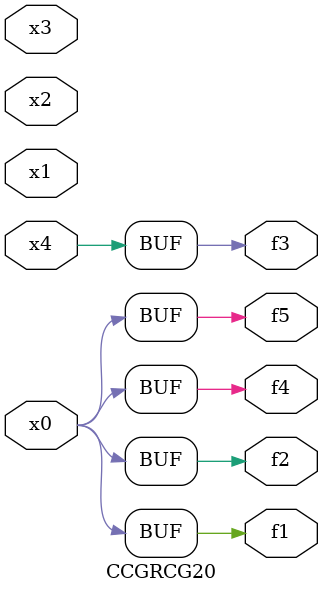
<source format=v>
module CCGRCG20(
	input x0, x1, x2, x3, x4,
	output f1, f2, f3, f4, f5
);
	assign f1 = x0;
	assign f2 = x0;
	assign f3 = x4;
	assign f4 = x0;
	assign f5 = x0;
endmodule

</source>
